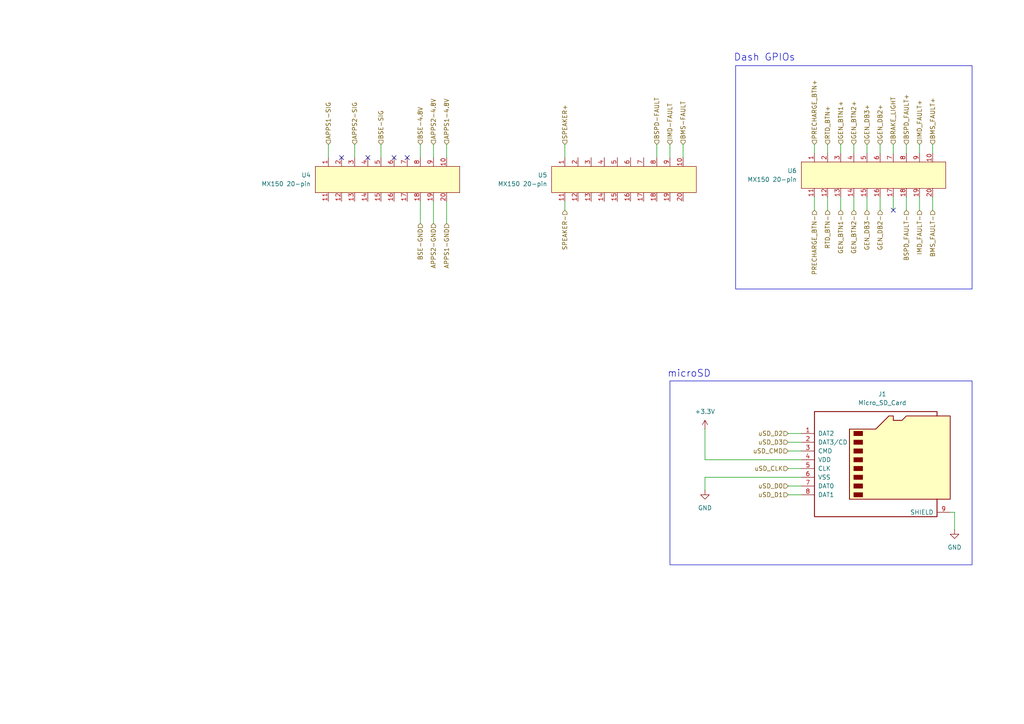
<source format=kicad_sch>
(kicad_sch (version 20250114) (generator "eeschema") (generator_version "9.0")
  (paper "A4")
  (lib_symbols
    (symbol "Connector:Micro_SD_Card" (pin_names (offset 1.016))
      (property "Reference" "J" (at -16.51 15.24 0))
      (property "Value" "Micro_SD_Card" (at 16.51 15.24 0))
      (symbol "Micro_SD_Card_0_1"
        (polyline (pts (xy -8.89 -11.43) (xy -8.89 8.89) (xy -1.27 8.89) (xy 2.54 12.7) (xy 3.81 12.7) (xy 3.81 11.43) (xy 6.35 11.43) (xy 7.62 12.7) (xy 20.32 12.7) (xy 20.32 -11.43) (xy -8.89 -11.43)) (stroke (width 0.254)) (fill (type background)))
        (rectangle (start -7.62 8.255) (end -5.08 6.985) (fill (type outline)))
        (rectangle (start -7.62 5.715) (end -5.08 4.445) (fill (type outline)))
        (rectangle (start -7.62 3.175) (end -5.08 1.905) (fill (type outline)))
        (rectangle (start -7.62 0.635) (end -5.08 -0.635) (fill (type outline)))
        (rectangle (start -7.62 -1.905) (end -5.08 -3.175) (fill (type outline)))
        (rectangle (start -7.62 -4.445) (end -5.08 -5.715) (fill (type outline)))
        (rectangle (start -7.62 -6.985) (end -5.08 -8.255) (fill (type outline)))
        (rectangle (start -7.62 -9.525) (end -5.08 -10.795) (fill (type outline)))
        (polyline (pts (xy 16.51 12.7) (xy 16.51 13.97) (xy -19.05 13.97) (xy -19.05 -16.51) (xy 16.51 -16.51) (xy 16.51 -11.43)) (stroke (width 0.254)))
      )
      (symbol "Micro_SD_Card_1_1"
        (pin bidirectional line (at -22.86 7.62 0) (length 3.81) (name "DAT2") (number "1"))
        (pin bidirectional line (at -22.86 5.08 0) (length 3.81) (name "DAT3/CD") (number "2"))
        (pin input line (at -22.86 2.54 0) (length 3.81) (name "CMD") (number "3"))
        (pin power_in line (at -22.86 0 0) (length 3.81) (name "VDD") (number "4"))
        (pin input line (at -22.86 -2.54 0) (length 3.81) (name "CLK") (number "5"))
        (pin power_in line (at -22.86 -5.08 0) (length 3.81) (name "VSS") (number "6"))
        (pin bidirectional line (at -22.86 -7.62 0) (length 3.81) (name "DAT0") (number "7"))
        (pin bidirectional line (at -22.86 -10.16 0) (length 3.81) (name "DAT1") (number "8"))
        (pin passive line (at 20.32 -15.24 180) (length 3.81) (name "SHIELD") (number "9"))
      )
    )
    (symbol "Molex-MX150:MX150_20-pin_2x10_Board_Connector"
      (property "Reference" "U" (at 0 0 0))
      (property "Value" "MX150 20-pin" (at 0.254 -2.286 0))
      (symbol "MX150_20-pin_2x10_Board_Connector_1_1"
        (rectangle (start -19.05 3.81) (end 22.86 -3.81) (fill (type color) (color 255 255 195 1)))
        (pin input line (at -15.24 6.35 270) (length 2.54) (name "") (number "1"))
        (pin input line (at -15.24 -6.35 90) (length 2.54) (name "") (number "11"))
        (pin input line (at -11.43 6.35 270) (length 2.54) (name "") (number "2"))
        (pin input line (at -11.43 -6.35 90) (length 2.54) (name "") (number "12"))
        (pin input line (at -7.62 6.35 270) (length 2.54) (name "") (number "3"))
        (pin input line (at -7.62 -6.35 90) (length 2.54) (name "") (number "13"))
        (pin input line (at -3.81 6.35 270) (length 2.54) (name "") (number "4"))
        (pin input line (at -3.81 -6.35 90) (length 2.54) (name "") (number "14"))
        (pin input line (at 0 6.35 270) (length 2.54) (name "") (number "5"))
        (pin input line (at 0 -6.35 90) (length 2.54) (name "") (number "15"))
        (pin input line (at 3.81 6.35 270) (length 2.54) (name "") (number "6"))
        (pin input line (at 3.81 -6.35 90) (length 2.54) (name "") (number "16"))
        (pin input line (at 7.62 6.35 270) (length 2.54) (name "") (number "7"))
        (pin input line (at 7.62 -6.35 90) (length 2.54) (name "") (number "17"))
        (pin input line (at 11.43 6.35 270) (length 2.54) (name "") (number "8"))
        (pin input line (at 11.43 -6.35 90) (length 2.54) (name "") (number "18"))
        (pin input line (at 15.24 6.35 270) (length 2.54) (name "") (number "9"))
        (pin input line (at 15.24 -6.35 90) (length 2.54) (name "") (number "19"))
        (pin input line (at 19.05 6.35 270) (length 2.54) (name "") (number "10"))
        (pin input line (at 19.05 -6.35 90) (length 2.54) (name "") (number "20"))
      )
    )
    (symbol "power:+3.3V" (power) (pin_numbers (hide yes)) (pin_names (offset 0) (hide yes))
      (property "Value" "+3.3V" (at 0 3.556 0))
      (symbol "+3.3V_0_1"
        (polyline (pts (xy -0.762 1.27) (xy 0 2.54)))
        (polyline (pts (xy 0 2.54) (xy 0.762 1.27)))
        (polyline (pts (xy 0 0) (xy 0 2.54)))
      )
      (symbol "+3.3V_1_1"
        (pin power_in line (at 0 0 90) (length 0) (name "~") (number "1"))
      )
    )
    (symbol "power:GND" (power) (pin_numbers (hide yes)) (pin_names (offset 0) (hide yes))
      (property "Value" "GND" (at 0 -3.81 0))
      (symbol "GND_0_1"
        (polyline (pts (xy 0 0) (xy 0 -1.27) (xy 1.27 -1.27) (xy 0 -2.54) (xy -1.27 -1.27) (xy 0 -1.27)))
      )
      (symbol "GND_1_1"
        (pin power_in line (at 0 0 270) (length 0) (name "~") (number "1"))
      )
    )
  )
  (rectangle (start 194.31 110.49) (end 281.94 163.83))
  (rectangle (start 213.36 19.05) (end 281.94 83.82))
  (text "Dash GPIOs" (at 221.742 16.764 0) (effects (font (size 2.032 2.032))))
  (text "microSD\n" (at 199.898 108.458 0) (effects (font (size 2.032 2.032))))
  (no_connect (at 99.06 45.72))
  (no_connect (at 259.08 60.96))
  (no_connect (at 118.11 45.72))
  (no_connect (at 114.3 45.72))
  (no_connect (at 106.68 45.72))
  (wire (pts (xy 194.31 41.91) (xy 194.31 45.72)))
  (wire (pts (xy 228.6 128.27) (xy 232.41 128.27)))
  (wire (pts (xy 255.27 57.15) (xy 255.27 60.96)))
  (wire (pts (xy 232.41 138.43) (xy 204.47 138.43)))
  (wire (pts (xy 129.54 58.42) (xy 129.54 64.77)))
  (wire (pts (xy 125.73 58.42) (xy 125.73 64.77)))
  (wire (pts (xy 204.47 133.35) (xy 232.41 133.35)))
  (wire (pts (xy 270.51 41.91) (xy 270.51 44.45)))
  (wire (pts (xy 275.59 148.59) (xy 276.86 148.59)))
  (wire (pts (xy 247.65 57.15) (xy 247.65 60.96)))
  (wire (pts (xy 255.27 41.91) (xy 255.27 44.45)))
  (wire (pts (xy 266.7 41.91) (xy 266.7 44.45)))
  (wire (pts (xy 228.6 143.51) (xy 232.41 143.51)))
  (wire (pts (xy 240.03 57.15) (xy 240.03 60.96)))
  (wire (pts (xy 228.6 130.81) (xy 232.41 130.81)))
  (wire (pts (xy 121.92 41.91) (xy 121.92 45.72)))
  (wire (pts (xy 247.65 41.91) (xy 247.65 44.45)))
  (wire (pts (xy 259.08 41.91) (xy 259.08 44.45)))
  (wire (pts (xy 228.6 135.89) (xy 232.41 135.89)))
  (wire (pts (xy 204.47 138.43) (xy 204.47 142.24)))
  (wire (pts (xy 110.49 41.91) (xy 110.49 45.72)))
  (wire (pts (xy 163.83 58.42) (xy 163.83 60.96)))
  (wire (pts (xy 129.54 41.91) (xy 129.54 45.72)))
  (wire (pts (xy 228.6 140.97) (xy 232.41 140.97)))
  (wire (pts (xy 251.46 57.15) (xy 251.46 60.96)))
  (wire (pts (xy 204.47 124.46) (xy 204.47 133.35)))
  (wire (pts (xy 270.51 57.15) (xy 270.51 60.96)))
  (wire (pts (xy 243.84 57.15) (xy 243.84 60.96)))
  (wire (pts (xy 243.84 41.91) (xy 243.84 44.45)))
  (wire (pts (xy 251.46 41.91) (xy 251.46 44.45)))
  (wire (pts (xy 125.73 41.91) (xy 125.73 45.72)))
  (wire (pts (xy 276.86 148.59) (xy 276.86 153.67)))
  (wire (pts (xy 121.92 58.42) (xy 121.92 64.77)))
  (wire (pts (xy 236.22 41.91) (xy 236.22 44.45)))
  (wire (pts (xy 102.87 41.91) (xy 102.87 45.72)))
  (wire (pts (xy 190.5 41.91) (xy 190.5 45.72)))
  (wire (pts (xy 262.89 57.15) (xy 262.89 60.96)))
  (wire (pts (xy 95.25 41.91) (xy 95.25 45.72)))
  (wire (pts (xy 262.89 41.91) (xy 262.89 44.45)))
  (wire (pts (xy 163.83 41.91) (xy 163.83 45.72)))
  (wire (pts (xy 266.7 57.15) (xy 266.7 60.96)))
  (wire (pts (xy 236.22 57.15) (xy 236.22 60.96)))
  (wire (pts (xy 259.08 57.15) (xy 259.08 60.96)))
  (wire (pts (xy 228.6 125.73) (xy 232.41 125.73)))
  (wire (pts (xy 198.12 41.91) (xy 198.12 45.72)))
  (wire (pts (xy 240.03 41.91) (xy 240.03 44.45)))
  (hierarchical_label "GEN_BTN2-" (shape input) (at 247.65 60.96 270))
  (hierarchical_label "GEN_BTN1-" (shape input) (at 243.84 60.96 270))
  (hierarchical_label "GEN_DB3+" (shape input) (at 251.46 41.91 90))
  (hierarchical_label "SPEAKER+" (shape input) (at 163.83 41.91 90))
  (hierarchical_label "BMS-FAULT" (shape input) (at 198.12 41.91 90))
  (hierarchical_label "IMD_FAULT-" (shape input) (at 266.7 60.96 270))
  (hierarchical_label "uSD_CMD" (shape input) (at 228.6 130.81 180))
  (hierarchical_label "PRECHARGE_BTN+" (shape input) (at 236.22 41.91 90))
  (hierarchical_label "APPS2-4.8V" (shape input) (at 125.73 41.91 90))
  (hierarchical_label "GEN_DB2-" (shape input) (at 255.27 60.96 270))
  (hierarchical_label "PRECHARGE_BTN-" (shape input) (at 236.22 60.96 270))
  (hierarchical_label "uSD_D3" (shape input) (at 228.6 128.27 180))
  (hierarchical_label "BSPD_FAULT+" (shape input) (at 262.89 41.91 90))
  (hierarchical_label "APPS1-SIG" (shape input) (at 95.25 41.91 90))
  (hierarchical_label "BSE-4.8V" (shape input) (at 121.92 41.91 90))
  (hierarchical_label "BSPD_FAULT-" (shape input) (at 262.89 60.96 270))
  (hierarchical_label "GEN_DB2+" (shape input) (at 255.27 41.91 90))
  (hierarchical_label "uSD_D2" (shape input) (at 228.6 125.73 180))
  (hierarchical_label "GEN_BTN1+" (shape input) (at 243.84 41.91 90))
  (hierarchical_label "BRAKE_LIGHT" (shape input) (at 259.08 41.91 90))
  (hierarchical_label "SPEAKER-" (shape input) (at 163.83 60.96 270))
  (hierarchical_label "BSPD-FAULT" (shape input) (at 190.5 41.91 90))
  (hierarchical_label "GEN_DB3-" (shape input) (at 251.46 60.96 270))
  (hierarchical_label "BMS_FAULT+" (shape input) (at 270.51 41.91 90))
  (hierarchical_label "APPS1-GND" (shape input) (at 129.54 64.77 270))
  (hierarchical_label "IMD-FAULT" (shape input) (at 194.31 41.91 90))
  (hierarchical_label "RTD_BTN-" (shape input) (at 240.03 60.96 270))
  (hierarchical_label "uSD_D0" (shape input) (at 228.6 140.97 180))
  (hierarchical_label "BSE-GND" (shape input) (at 121.92 64.77 270))
  (hierarchical_label "APPS2-GND" (shape input) (at 125.73 64.77 270))
  (hierarchical_label "BSE-SIG" (shape input) (at 110.49 41.91 90))
  (hierarchical_label "uSD_CLK" (shape input) (at 228.6 135.89 180))
  (hierarchical_label "GEN_BTN2+" (shape input) (at 247.65 41.91 90))
  (hierarchical_label "RTD_BTN+" (shape input) (at 240.03 41.91 90))
  (hierarchical_label "IMD_FAULT+" (shape input) (at 266.7 41.91 90))
  (hierarchical_label "APPS1-4.8V" (shape input) (at 129.54 41.91 90))
  (hierarchical_label "uSD_D1" (shape input) (at 228.6 143.51 180))
  (hierarchical_label "BMS_FAULT-" (shape input) (at 270.51 60.96 270))
  (hierarchical_label "APPS2-SIG" (shape input) (at 102.87 41.91 90))
  (symbol (lib_id "Connector:Micro_SD_Card") (at 255.27 133.35 0) (unit 1)
    (property "Reference" "J1" (at 255.905 114.3 0))
    (property "Value" "Micro_SD_Card" (at 255.905 116.84 0))
    (property "Datasheet" "https://www.we-online.com/components/products/datasheet/693072010801.pdf" (effects (hide yes)))
    (property "Description" "Micro SD Card Socket" (effects (hide yes)))
  )
  (symbol (lib_id "Molex-MX150:MX150_20-pin_2x10_Board_Connector") (at 179.07 52.07 0) (unit 1)
    (property "Reference" "U5" (at 158.75 50.7999 0) (effects (justify right)))
    (property "Value" "MX150 20-pin" (at 158.75 53.3399 0) (effects (justify right)))
    (property "P/N" "348302001" (effects (hide yes)))
    (property "Mouser P/N" "538-34830-2001" (effects (hide yes)))
  )
  (symbol (lib_id "Molex-MX150:MX150_20-pin_2x10_Board_Connector") (at 251.46 50.8 0) (unit 1)
    (property "Reference" "U6" (at 231.14 49.5299 0) (effects (justify right)))
    (property "Value" "MX150 20-pin" (at 231.14 52.0699 0) (effects (justify right)))
    (property "P/N" "348302001" (effects (hide yes)))
    (property "Mouser P/N" "538-34830-2001" (effects (hide yes)))
  )
  (symbol (lib_id "Molex-MX150:MX150_20-pin_2x10_Board_Connector") (at 110.49 52.07 0) (unit 1)
    (property "Reference" "U4" (at 90.17 50.7999 0) (effects (justify right)))
    (property "Value" "MX150 20-pin" (at 90.17 53.3399 0) (effects (justify right)))
    (property "P/N" "348302001" (effects (hide yes)))
    (property "Mouser P/N" "538-34830-2001" (effects (hide yes)))
  )
  (symbol (lib_id "power:+3.3V") (at 204.47 124.46 0) (unit 1)
    (property "Reference" "#PWR031" (effects (hide yes)))
    (property "Value" "+3.3V" (at 204.47 119.38 0))
    (property "Description" "Power symbol creates a global label with name \"+3.3V\"" (effects (hide yes)))
  )
  (symbol (lib_id "power:GND") (at 276.86 153.67 0) (unit 1)
    (property "Reference" "#PWR029" (effects (hide yes)))
    (property "Value" "GND" (at 276.86 158.75 0))
    (property "Description" "Power symbol creates a global label with name \"GND\" , ground" (effects (hide yes)))
  )
  (symbol (lib_id "power:GND") (at 204.47 142.24 0) (unit 1)
    (property "Reference" "#PWR030" (effects (hide yes)))
    (property "Value" "GND" (at 204.47 147.32 0))
    (property "Description" "Power symbol creates a global label with name \"GND\" , ground" (effects (hide yes)))
  )
)
</source>
